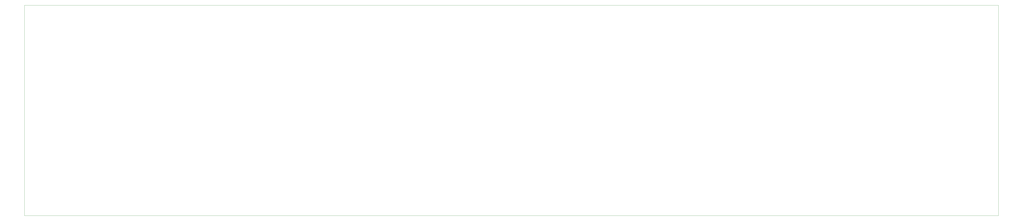
<source format=gko>
G04*
G04 #@! TF.GenerationSoftware,Altium Limited,Altium Designer,24.2.2 (26)*
G04*
G04 Layer_Color=16711935*
%FSLAX44Y44*%
%MOMM*%
G71*
G04*
G04 #@! TF.SameCoordinates,0371AF83-7A96-47FB-919C-A551BA60538E*
G04*
G04*
G04 #@! TF.FilePolarity,Positive*
G04*
G01*
G75*
%ADD15C,0.1000*%
D15*
X4699000Y0D02*
Y1016000D01*
X0Y0D02*
Y1016000D01*
X4699000D01*
X0Y0D02*
X4699000D01*
M02*

</source>
